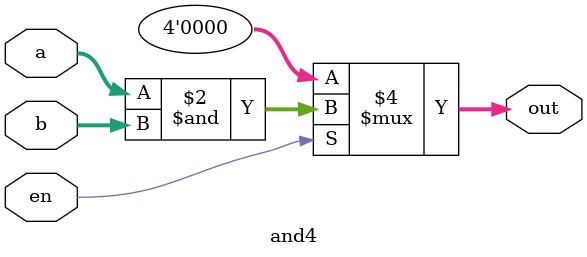
<source format=sv>
`timescale 1ns / 1ps


module and4(
input logic [3:0]a, b,
input logic en,
output logic [3:0] out
    );
    always_comb
    if(en)
        out = a & b;
    else
        out = 0;
endmodule

</source>
